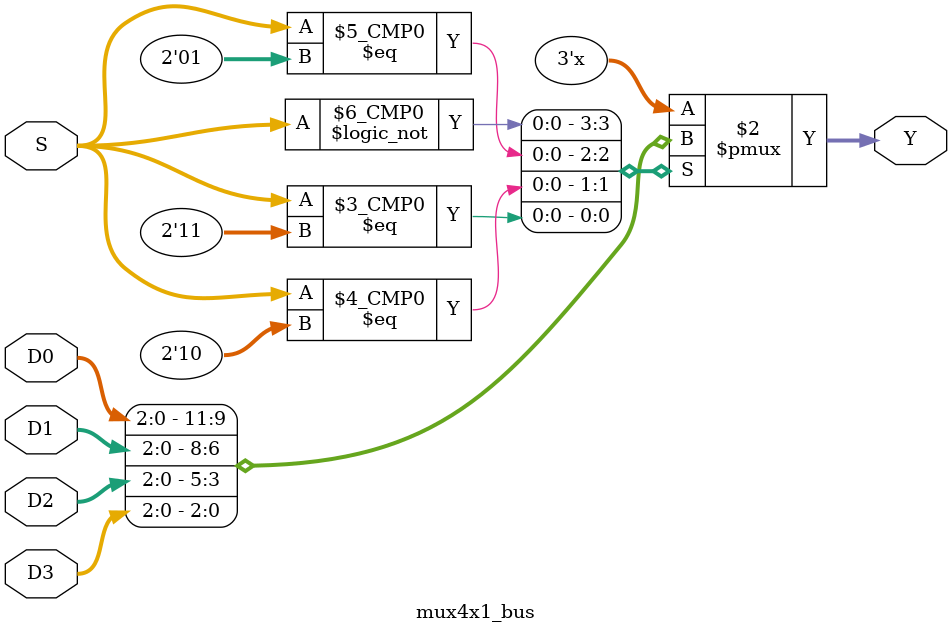
<source format=v>
module mux4x1_bus #(
    parameter N = 3
  )(
    input  wire [N-1:0] D0, D1, D2, D3,
    input  wire [1:0]   S,
    output reg  [N-1:0] Y
  );
  always @(*)
  begin
    case (S)
      2'b00:
        Y = D0;
      2'b01:
        Y = D1;
      2'b10:
        Y = D2;
      2'b11:
        Y = D3;
    endcase
  end
endmodule

</source>
